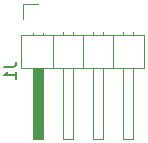
<source format=gbr>
%TF.GenerationSoftware,KiCad,Pcbnew,9.0.1*%
%TF.CreationDate,2025-05-11T21:22:52+02:00*%
%TF.ProjectId,Traffic_Light_Arduino,54726166-6669-4635-9f4c-696768745f41,rev?*%
%TF.SameCoordinates,Original*%
%TF.FileFunction,Legend,Bot*%
%TF.FilePolarity,Positive*%
%FSLAX46Y46*%
G04 Gerber Fmt 4.6, Leading zero omitted, Abs format (unit mm)*
G04 Created by KiCad (PCBNEW 9.0.1) date 2025-05-11 21:22:52*
%MOMM*%
%LPD*%
G01*
G04 APERTURE LIST*
%ADD10C,0.150000*%
%ADD11C,0.120000*%
G04 APERTURE END LIST*
D10*
X162104819Y-108551666D02*
X162819104Y-108551666D01*
X162819104Y-108551666D02*
X162961961Y-108504047D01*
X162961961Y-108504047D02*
X163057200Y-108408809D01*
X163057200Y-108408809D02*
X163104819Y-108265952D01*
X163104819Y-108265952D02*
X163104819Y-108170714D01*
X163104819Y-109551666D02*
X163104819Y-108980238D01*
X163104819Y-109265952D02*
X162104819Y-109265952D01*
X162104819Y-109265952D02*
X162247676Y-109170714D01*
X162247676Y-109170714D02*
X162342914Y-109075476D01*
X162342914Y-109075476D02*
X162390533Y-108980238D01*
D11*
%TO.C,J1*%
X163650000Y-103230000D02*
X163650000Y-104500000D01*
X164920000Y-103230000D02*
X163650000Y-103230000D01*
X167030000Y-105577358D02*
X167030000Y-105890000D01*
X167890000Y-105577358D02*
X167890000Y-105890000D01*
X169570000Y-105577358D02*
X169570000Y-105890000D01*
X170430000Y-105577358D02*
X170430000Y-105890000D01*
X172110000Y-105577358D02*
X172110000Y-105890000D01*
X172970000Y-105577358D02*
X172970000Y-105890000D01*
X164490000Y-105660000D02*
X164490000Y-105890000D01*
X165350000Y-105660000D02*
X165350000Y-105890000D01*
X163540000Y-105890000D02*
X173920000Y-105890000D01*
X166190000Y-105890000D02*
X166190000Y-108650000D01*
X168730000Y-105890000D02*
X168730000Y-108650000D01*
X171270000Y-105890000D02*
X171270000Y-108650000D01*
X173920000Y-105890000D02*
X173920000Y-108650000D01*
X163540000Y-108650000D02*
X163540000Y-105890000D01*
X167030000Y-108650000D02*
X167030000Y-114650000D01*
X169570000Y-108650000D02*
X169570000Y-114650000D01*
X172110000Y-108650000D02*
X172110000Y-114650000D01*
X173920000Y-108650000D02*
X163540000Y-108650000D01*
X167030000Y-114650000D02*
X167890000Y-114650000D01*
X167890000Y-114650000D02*
X167890000Y-108650000D01*
X169570000Y-114650000D02*
X170430000Y-114650000D01*
X170430000Y-114650000D02*
X170430000Y-108650000D01*
X172110000Y-114650000D02*
X172970000Y-114650000D01*
X172970000Y-114650000D02*
X172970000Y-108650000D01*
X164490000Y-108650000D02*
X165350000Y-108650000D01*
X165350000Y-114650000D01*
X164490000Y-114650000D01*
X164490000Y-108650000D01*
G36*
X164490000Y-108650000D02*
G01*
X165350000Y-108650000D01*
X165350000Y-114650000D01*
X164490000Y-114650000D01*
X164490000Y-108650000D01*
G37*
%TD*%
M02*

</source>
